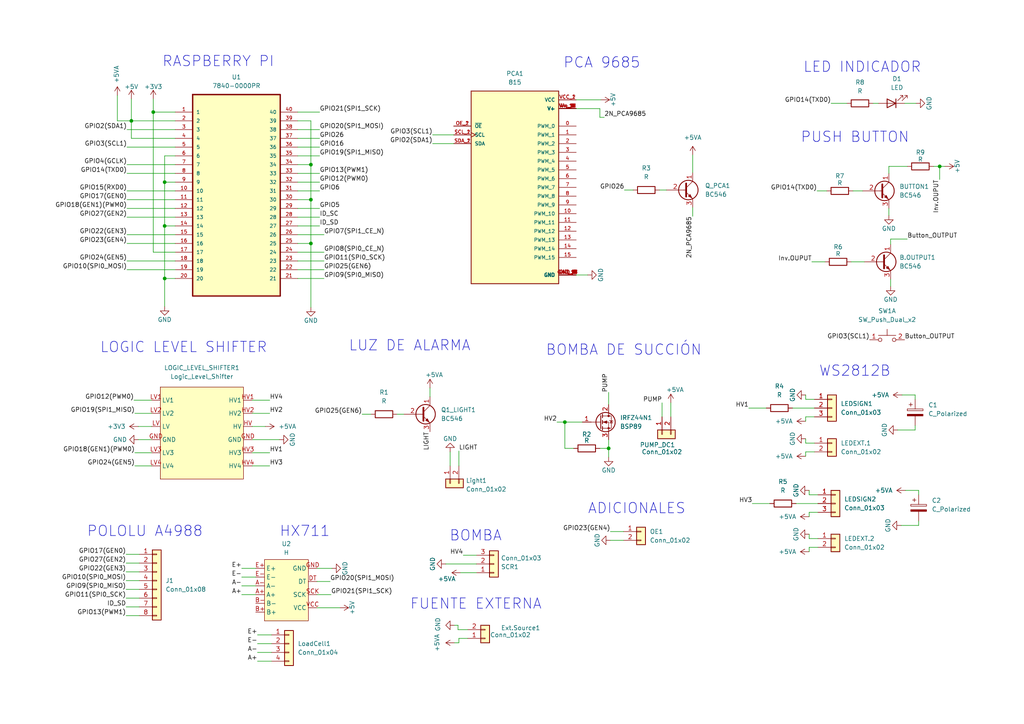
<source format=kicad_sch>
(kicad_sch (version 20211123) (generator eeschema)
  (paper "A4")
  (title_block (date "15 nov 2012"))
  (lib_symbols
    (symbol "7840-0000PR:7840-0000PR" (pin_names (offset 1.016))
      (property "Reference" "U" (at -5.461 26.8732 0))
      (property "Value" "7840-0000PR" (at -3.683 -36.0172 0))
      (symbol "7840-0000PR_0_0"
        (rectangle (start -12.7 -33.02) (end 12.7 25.4) (stroke (width 0.4064)) (fill (type background)))
        (pin passive line (at -17.78 20.32 0) (length 5.08) (name "1") (number "1"))
        (pin passive line (at -17.78 -2.54 0) (length 5.08) (name "10") (number "10"))
        (pin passive line (at -17.78 -5.08 0) (length 5.08) (name "11") (number "11"))
        (pin passive line (at -17.78 -7.62 0) (length 5.08) (name "12") (number "12"))
        (pin passive line (at -17.78 -10.16 0) (length 5.08) (name "13") (number "13"))
        (pin passive line (at -17.78 -12.7 0) (length 5.08) (name "14") (number "14"))
        (pin passive line (at -17.78 -15.24 0) (length 5.08) (name "15") (number "15"))
        (pin passive line (at -17.78 -17.78 0) (length 5.08) (name "16") (number "16"))
        (pin passive line (at -17.78 -20.32 0) (length 5.08) (name "17") (number "17"))
        (pin passive line (at -17.78 -22.86 0) (length 5.08) (name "18") (number "18"))
        (pin passive line (at -17.78 -25.4 0) (length 5.08) (name "19") (number "19"))
        (pin passive line (at -17.78 17.78 0) (length 5.08) (name "2") (number "2"))
        (pin passive line (at -17.78 -27.94 0) (length 5.08) (name "20") (number "20"))
        (pin passive line (at 17.78 -27.94 180) (length 5.08) (name "21") (number "21"))
        (pin passive line (at 17.78 -25.4 180) (length 5.08) (name "22") (number "22"))
        (pin passive line (at 17.78 -22.86 180) (length 5.08) (name "23") (number "23"))
        (pin passive line (at 17.78 -20.32 180) (length 5.08) (name "24") (number "24"))
        (pin passive line (at 17.78 -17.78 180) (length 5.08) (name "25") (number "25"))
        (pin passive line (at 17.78 -15.24 180) (length 5.08) (name "26") (number "26"))
        (pin passive line (at 17.78 -12.7 180) (length 5.08) (name "27") (number "27"))
        (pin passive line (at 17.78 -10.16 180) (length 5.08) (name "28") (number "28"))
        (pin passive line (at 17.78 -7.62 180) (length 5.08) (name "29") (number "29"))
        (pin passive line (at -17.78 15.24 0) (length 5.08) (name "3") (number "3"))
        (pin passive line (at 17.78 -5.08 180) (length 5.08) (name "30") (number "30"))
        (pin passive line (at 17.78 -2.54 180) (length 5.08) (name "31") (number "31"))
        (pin passive line (at 17.78 0 180) (length 5.08) (name "32") (number "32"))
        (pin passive line (at 17.78 2.54 180) (length 5.08) (name "33") (number "33"))
        (pin passive line (at 17.78 5.08 180) (length 5.08) (name "34") (number "34"))
        (pin passive line (at 17.78 7.62 180) (length 5.08) (name "35") (number "35"))
        (pin passive line (at 17.78 10.16 180) (length 5.08) (name "36") (number "36"))
        (pin passive line (at 17.78 12.7 180) (length 5.08) (name "37") (number "37"))
        (pin passive line (at 17.78 15.24 180) (length 5.08) (name "38") (number "38"))
        (pin passive line (at 17.78 17.78 180) (length 5.08) (name "39") (number "39"))
        (pin passive line (at -17.78 12.7 0) (length 5.08) (name "4") (number "4"))
        (pin passive line (at 17.78 20.32 180) (length 5.08) (name "40") (number "40"))
        (pin passive line (at -17.78 10.16 0) (length 5.08) (name "5") (number "5"))
        (pin passive line (at -17.78 7.62 0) (length 5.08) (name "6") (number "6"))
        (pin passive line (at -17.78 5.08 0) (length 5.08) (name "7") (number "7"))
        (pin passive line (at -17.78 2.54 0) (length 5.08) (name "8") (number "8"))
        (pin passive line (at -17.78 0 0) (length 5.08) (name "9") (number "9"))
      )
    )
    (symbol "Connector_Generic:Conn_01x02" (pin_names (offset 1.016) hide)
      (property "Reference" "J" (at 0 2.54 0))
      (property "Value" "Conn_01x02" (at 0 -5.08 0))
      (symbol "Conn_01x02_1_1"
        (rectangle (start -1.27 -2.413) (end 0 -2.667) (stroke (width 0.1524)))
        (rectangle (start -1.27 0.127) (end 0 -0.127) (stroke (width 0.1524)))
        (rectangle (start -1.27 1.27) (end 1.27 -3.81) (stroke (width 0.254)) (fill (type background)))
        (pin passive line (at -5.08 0 0) (length 3.81) (name "Pin_1") (number "1"))
        (pin passive line (at -5.08 -2.54 0) (length 3.81) (name "Pin_2") (number "2"))
      )
    )
    (symbol "Connector_Generic:Conn_01x03" (pin_names (offset 1.016) hide)
      (property "Reference" "J" (at 0 5.08 0))
      (property "Value" "Conn_01x03" (at 0 -5.08 0))
      (symbol "Conn_01x03_1_1"
        (rectangle (start -1.27 -2.413) (end 0 -2.667) (stroke (width 0.1524)))
        (rectangle (start -1.27 0.127) (end 0 -0.127) (stroke (width 0.1524)))
        (rectangle (start -1.27 2.667) (end 0 2.413) (stroke (width 0.1524)))
        (rectangle (start -1.27 3.81) (end 1.27 -3.81) (stroke (width 0.254)) (fill (type background)))
        (pin passive line (at -5.08 2.54 0) (length 3.81) (name "Pin_1") (number "1"))
        (pin passive line (at -5.08 0 0) (length 3.81) (name "Pin_2") (number "2"))
        (pin passive line (at -5.08 -2.54 0) (length 3.81) (name "Pin_3") (number "3"))
      )
    )
    (symbol "Connector_Generic:Conn_01x04" (pin_names (offset 1.016) hide)
      (property "Reference" "J" (at 0 5.08 0))
      (property "Value" "Conn_01x04" (at 0 -7.62 0))
      (symbol "Conn_01x04_1_1"
        (rectangle (start -1.27 -4.953) (end 0 -5.207) (stroke (width 0.1524)))
        (rectangle (start -1.27 -2.413) (end 0 -2.667) (stroke (width 0.1524)))
        (rectangle (start -1.27 0.127) (end 0 -0.127) (stroke (width 0.1524)))
        (rectangle (start -1.27 2.667) (end 0 2.413) (stroke (width 0.1524)))
        (rectangle (start -1.27 3.81) (end 1.27 -6.35) (stroke (width 0.254)) (fill (type background)))
        (pin passive line (at -5.08 2.54 0) (length 3.81) (name "Pin_1") (number "1"))
        (pin passive line (at -5.08 0 0) (length 3.81) (name "Pin_2") (number "2"))
        (pin passive line (at -5.08 -2.54 0) (length 3.81) (name "Pin_3") (number "3"))
        (pin passive line (at -5.08 -5.08 0) (length 3.81) (name "Pin_4") (number "4"))
      )
    )
    (symbol "Connector_Generic:Conn_01x08" (pin_names (offset 1.016) hide)
      (property "Reference" "J" (at 0 10.16 0))
      (property "Value" "Conn_01x08" (at 0 -12.7 0))
      (symbol "Conn_01x08_1_1"
        (rectangle (start -1.27 -10.033) (end 0 -10.287) (stroke (width 0.1524)))
        (rectangle (start -1.27 -7.493) (end 0 -7.747) (stroke (width 0.1524)))
        (rectangle (start -1.27 -4.953) (end 0 -5.207) (stroke (width 0.1524)))
        (rectangle (start -1.27 -2.413) (end 0 -2.667) (stroke (width 0.1524)))
        (rectangle (start -1.27 0.127) (end 0 -0.127) (stroke (width 0.1524)))
        (rectangle (start -1.27 2.667) (end 0 2.413) (stroke (width 0.1524)))
        (rectangle (start -1.27 5.207) (end 0 4.953) (stroke (width 0.1524)))
        (rectangle (start -1.27 7.747) (end 0 7.493) (stroke (width 0.1524)))
        (rectangle (start -1.27 8.89) (end 1.27 -11.43) (stroke (width 0.254)) (fill (type background)))
        (pin passive line (at -5.08 7.62 0) (length 3.81) (name "Pin_1") (number "1"))
        (pin passive line (at -5.08 5.08 0) (length 3.81) (name "Pin_2") (number "2"))
        (pin passive line (at -5.08 2.54 0) (length 3.81) (name "Pin_3") (number "3"))
        (pin passive line (at -5.08 0 0) (length 3.81) (name "Pin_4") (number "4"))
        (pin passive line (at -5.08 -2.54 0) (length 3.81) (name "Pin_5") (number "5"))
        (pin passive line (at -5.08 -5.08 0) (length 3.81) (name "Pin_6") (number "6"))
        (pin passive line (at -5.08 -7.62 0) (length 3.81) (name "Pin_7") (number "7"))
        (pin passive line (at -5.08 -10.16 0) (length 3.81) (name "Pin_8") (number "8"))
      )
    )
    (symbol "Device:C_Polarized" (pin_numbers hide) (pin_names (offset 0.254))
      (property "Reference" "C" (at 0.635 2.54 0))
      (property "Value" "C_Polarized" (at 0.635 -2.54 0))
      (symbol "C_Polarized_0_1"
        (rectangle (start -2.286 0.508) (end 2.286 1.016))
        (polyline (pts (xy -1.778 2.286) (xy -0.762 2.286)))
        (polyline (pts (xy -1.27 2.794) (xy -1.27 1.778)))
        (rectangle (start 2.286 -0.508) (end -2.286 -1.016) (fill (type outline)))
      )
      (symbol "C_Polarized_1_1"
        (pin passive line (at 0 3.81 270) (length 2.794) (name "~") (number "1"))
        (pin passive line (at 0 -3.81 90) (length 2.794) (name "~") (number "2"))
      )
    )
    (symbol "Device:LED" (pin_numbers hide) (pin_names (offset 1.016) hide)
      (property "Reference" "D" (at 0 2.54 0))
      (property "Value" "LED" (at 0 -2.54 0))
      (symbol "LED_0_1"
        (polyline (pts (xy -1.27 -1.27) (xy -1.27 1.27)) (stroke (width 0.254)))
        (polyline (pts (xy -1.27 0) (xy 1.27 0)))
        (polyline (pts (xy 1.27 -1.27) (xy 1.27 1.27) (xy -1.27 0) (xy 1.27 -1.27)) (stroke (width 0.254)))
        (polyline (pts (xy -3.048 -0.762) (xy -4.572 -2.286) (xy -3.81 -2.286) (xy -4.572 -2.286) (xy -4.572 -1.524)))
        (polyline (pts (xy -1.778 -0.762) (xy -3.302 -2.286) (xy -2.54 -2.286) (xy -3.302 -2.286) (xy -3.302 -1.524)))
      )
      (symbol "LED_1_1"
        (pin passive line (at -3.81 0 0) (length 2.54) (name "K") (number "1"))
        (pin passive line (at 3.81 0 180) (length 2.54) (name "A") (number "2"))
      )
    )
    (symbol "Device:R" (pin_numbers hide) (pin_names (offset 0))
      (property "Reference" "R" (at 2.032 0 90))
      (property "Value" "R" (at 0 0 90))
      (symbol "R_0_1"
        (rectangle (start -1.016 -2.54) (end 1.016 2.54) (stroke (width 0.254)))
      )
      (symbol "R_1_1"
        (pin passive line (at 0 3.81 270) (length 1.27) (name "~") (number "1"))
        (pin passive line (at 0 -3.81 90) (length 1.27) (name "~") (number "2"))
      )
    )
    (symbol "DualChannel_HX711:H"
      (property "Reference" "U" (at 0 0 0))
      (property "Value" "H" (at -1.27 0 0))
      (symbol "H_0_1"
        (rectangle (start -6.35 -1.27) (end 6.35 -19.05) (fill (type background)))
      )
      (symbol "H_1_1"
        (pin output line (at -8.89 -11.43 0) (length 2.54) (name "A+") (number "A+"))
        (pin output line (at -8.89 -8.89 0) (length 2.54) (name "A-") (number "A-"))
        (pin output line (at -8.89 -16.51 0) (length 2.54) (name "B+") (number "B+"))
        (pin output line (at -8.89 -13.97 0) (length 2.54) (name "B-") (number "B-"))
        (pin output line (at 8.89 -7.62 180) (length 2.54) (name "DT") (number "DT"))
        (pin output line (at -8.89 -3.81 0) (length 2.54) (name "E+") (number "E+"))
        (pin output line (at -8.89 -6.35 0) (length 2.54) (name "E-") (number "E-"))
        (pin output line (at 8.89 -3.81 180) (length 2.54) (name "GND") (number "GND"))
        (pin output line (at 8.89 -11.43 180) (length 2.54) (name "SCK") (number "SCK"))
        (pin output line (at 8.89 -15.24 180) (length 2.54) (name "VCC") (number "VCC"))
      )
    )
    (symbol "Logic_level:Logic_Level_Shifter"
      (property "Reference" "U" (at 0 1.27 0))
      (property "Value" "Logic_Level_Shifter" (at 0 0 0))
      (symbol "Logic_Level_Shifter_0_1"
        (rectangle (start -12.7 -3.81) (end 11.43 -30.48) (fill (type background)))
      )
      (symbol "Logic_Level_Shifter_1_1"
        (pin input line (at -15.24 -19.05 0) (length 2.54) (name "GND") (number "GND"))
        (pin input line (at 13.97 -19.05 180) (length 2.54) (name "GND") (number "GND"))
        (pin input line (at 13.97 -15.24 180) (length 2.54) (name "HV") (number "HV"))
        (pin input line (at 13.97 -7.62 180) (length 2.54) (name "HV1") (number "HV1"))
        (pin input line (at 13.97 -11.43 180) (length 2.54) (name "HV2") (number "HV2"))
        (pin input line (at 13.97 -22.86 180) (length 2.54) (name "HV3") (number "HV3"))
        (pin input line (at 13.97 -26.67 180) (length 2.54) (name "HV4") (number "HV4"))
        (pin input line (at -15.24 -15.24 0) (length 2.54) (name "LV") (number "LV"))
        (pin input line (at -15.24 -7.62 0) (length 2.54) (name "LV1") (number "LV1"))
        (pin input line (at -15.24 -11.43 0) (length 2.54) (name "LV2") (number "LV2"))
        (pin input line (at -15.24 -22.86 0) (length 2.54) (name "LV3") (number "LV3"))
        (pin input line (at -15.24 -26.67 0) (length 2.54) (name "LV4") (number "LV4"))
      )
    )
    (symbol "PCA9685:815" (pin_names (offset 1.016))
      (property "Reference" "U" (at -12.7 28.702 0))
      (property "Value" "815" (at -12.7 -30.48 0))
      (symbol "815_0_0"
        (rectangle (start -12.7 -27.94) (end 12.7 27.94) (stroke (width 0.254)) (fill (type background)))
        (pin output line (at 17.78 17.78 180) (length 5.08) (name "PWM_0") (number "0"))
        (pin output line (at 17.78 15.24 180) (length 5.08) (name "PWM_1") (number "1"))
        (pin output line (at 17.78 -7.62 180) (length 5.08) (name "PWM_10") (number "10"))
        (pin output line (at 17.78 -10.16 180) (length 5.08) (name "PWM_11") (number "11"))
        (pin output line (at 17.78 -12.7 180) (length 5.08) (name "PWM_12") (number "12"))
        (pin output line (at 17.78 -15.24 180) (length 5.08) (name "PWM_13") (number "13"))
        (pin output line (at 17.78 -17.78 180) (length 5.08) (name "PWM_14") (number "14"))
        (pin output line (at 17.78 -20.32 180) (length 5.08) (name "PWM_15") (number "15"))
        (pin output line (at 17.78 12.7 180) (length 5.08) (name "PWM_2") (number "2"))
        (pin output line (at 17.78 10.16 180) (length 5.08) (name "PWM_3") (number "3"))
        (pin output line (at 17.78 7.62 180) (length 5.08) (name "PWM_4") (number "4"))
        (pin output line (at 17.78 5.08 180) (length 5.08) (name "PWM_5") (number "5"))
        (pin output line (at 17.78 2.54 180) (length 5.08) (name "PWM_6") (number "6"))
        (pin output line (at 17.78 0 180) (length 5.08) (name "PWM_7") (number "7"))
        (pin output line (at 17.78 -2.54 180) (length 5.08) (name "PWM_8") (number "8"))
        (pin output line (at 17.78 -5.08 180) (length 5.08) (name "PWM_9") (number "9"))
        (pin power_in line (at 17.78 -25.4 180) (length 5.08) (name "GND") (number "GND_1"))
        (pin power_in line (at 17.78 -25.4 180) (length 5.08) (name "GND") (number "GND_10"))
        (pin power_in line (at 17.78 -25.4 180) (length 5.08) (name "GND") (number "GND_11"))
        (pin power_in line (at 17.78 -25.4 180) (length 5.08) (name "GND") (number "GND_12"))
        (pin power_in line (at 17.78 -25.4 180) (length 5.08) (name "GND") (number "GND_13"))
        (pin power_in line (at 17.78 -25.4 180) (length 5.08) (name "GND") (number "GND_14"))
        (pin power_in line (at 17.78 -25.4 180) (length 5.08) (name "GND") (number "GND_15"))
        (pin power_in line (at 17.78 -25.4 180) (length 5.08) (name "GND") (number "GND_16"))
        (pin power_in line (at 17.78 -25.4 180) (length 5.08) (name "GND") (number "GND_17"))
        (pin power_in line (at 17.78 -25.4 180) (length 5.08) (name "GND") (number "GND_18"))
        (pin power_in line (at 17.78 -25.4 180) (length 5.08) (name "GND") (number "GND_2"))
        (pin power_in line (at 17.78 -25.4 180) (length 5.08) (name "GND") (number "GND_3"))
        (pin power_in line (at 17.78 -25.4 180) (length 5.08) (name "GND") (number "GND_4"))
        (pin power_in line (at 17.78 -25.4 180) (length 5.08) (name "GND") (number "GND_5"))
        (pin power_in line (at 17.78 -25.4 180) (length 5.08) (name "GND") (number "GND_6"))
        (pin power_in line (at 17.78 -25.4 180) (length 5.08) (name "GND") (number "GND_7"))
        (pin power_in line (at 17.78 -25.4 180) (length 5.08) (name "GND") (number "GND_8"))
        (pin power_in line (at 17.78 -25.4 180) (length 5.08) (name "GND") (number "GND_9"))
        (pin input line (at -17.78 17.78 0) (length 5.08) (name "~{OE}") (number "OE_1"))
        (pin input line (at -17.78 17.78 0) (length 5.08) (name "~{OE}") (number "OE_2"))
        (pin input clock (at -17.78 15.24 0) (length 5.08) (name "SCL") (number "SCL_1"))
        (pin input clock (at -17.78 15.24 0) (length 5.08) (name "SCL") (number "SCL_2"))
        (pin bidirectional line (at -17.78 12.7 0) (length 5.08) (name "SDA") (number "SDA_1"))
        (pin bidirectional line (at -17.78 12.7 0) (length 5.08) (name "SDA") (number "SDA_2"))
        (pin power_in line (at 17.78 22.86 180) (length 5.08) (name "V+") (number "V+_1"))
        (pin power_in line (at 17.78 22.86 180) (length 5.08) (name "V+") (number "V+_10"))
        (pin power_in line (at 17.78 22.86 180) (length 5.08) (name "V+") (number "V+_11"))
        (pin power_in line (at 17.78 22.86 180) (length 5.08) (name "V+") (number "V+_12"))
        (pin power_in line (at 17.78 22.86 180) (length 5.08) (name "V+") (number "V+_13"))
        (pin power_in line (at 17.78 22.86 180) (length 5.08) (name "V+") (number "V+_14"))
        (pin power_in line (at 17.78 22.86 180) (length 5.08) (name "V+") (number "V+_15"))
        (pin power_in line (at 17.78 22.86 180) (length 5.08) (name "V+") (number "V+_16"))
        (pin power_in line (at 17.78 22.86 180) (length 5.08) (name "V+") (number "V+_17"))
        (pin power_in line (at 17.78 22.86 180) (length 5.08) (name "V+") (number "V+_18"))
        (pin power_in line (at 17.78 22.86 180) (length 5.08) (name "V+") (number "V+_2"))
        (pin power_in line (at 17.78 22.86 180) (length 5.08) (name "V+") (number "V+_3"))
        (pin power_in line (at 17.78 22.86 180) (length 5.08) (name "V+") (number "V+_4"))
        (pin power_in line (at 17.78 22.86 180) (length 5.08) (name "V+") (number "V+_5"))
        (pin power_in line (at 17.78 22.86 180) (length 5.08) (name "V+") (number "V+_6"))
        (pin power_in line (at 17.78 22.86 180) (length 5.08) (name "V+") (number "V+_7"))
        (pin power_in line (at 17.78 22.86 180) (length 5.08) (name "V+") (number "V+_8"))
        (pin power_in line (at 17.78 22.86 180) (length 5.08) (name "V+") (number "V+_9"))
        (pin power_in line (at 17.78 25.4 180) (length 5.08) (name "VCC") (number "VCC_1"))
        (pin power_in line (at 17.78 25.4 180) (length 5.08) (name "VCC") (number "VCC_2"))
      )
    )
    (symbol "Switch:SW_Push_Dual_x2" (pin_names (offset 1.016) hide)
      (property "Reference" "SW" (at 1.27 2.54 0))
      (property "Value" "SW_Push_Dual_x2" (at 0 -1.524 0))
      (symbol "SW_Push_Dual_x2_0_1"
        (circle (center -2.032 0) (radius 0.508))
        (polyline (pts (xy 0 1.27) (xy 0 3.048)))
        (polyline (pts (xy 2.54 1.27) (xy -2.54 1.27)))
        (circle (center 2.032 0) (radius 0.508))
      )
      (symbol "SW_Push_Dual_x2_1_1"
        (pin passive line (at -5.08 0 0) (length 2.54) (name "C") (number "1"))
        (pin passive line (at 5.08 0 180) (length 2.54) (name "D") (number "2"))
      )
      (symbol "SW_Push_Dual_x2_2_1"
        (pin passive line (at -5.08 0 0) (length 2.54) (name "C") (number "3"))
        (pin passive line (at 5.08 0 180) (length 2.54) (name "D") (number "4"))
      )
    )
    (symbol "Transistor_BJT:BC546" (pin_names (offset 0) hide)
      (property "Reference" "Q" (at 5.08 1.905 0))
      (property "Value" "BC546" (at 5.08 0 0))
      (symbol "BC546_0_1"
        (polyline (pts (xy 0 0) (xy 0.635 0)))
        (polyline (pts (xy 0.635 0.635) (xy 2.54 2.54)))
        (polyline (pts (xy 0.635 -0.635) (xy 2.54 -2.54) (xy 2.54 -2.54)))
        (polyline (pts (xy 0.635 1.905) (xy 0.635 -1.905) (xy 0.635 -1.905)) (stroke (width 0.508)))
        (polyline (pts (xy 1.27 -1.778) (xy 1.778 -1.27) (xy 2.286 -2.286) (xy 1.27 -1.778) (xy 1.27 -1.778)) (fill (type outline)))
        (circle (center 1.27 0) (radius 2.8194) (stroke (width 0.254)))
      )
      (symbol "BC546_1_1"
        (pin passive line (at 2.54 5.08 270) (length 2.54) (name "C") (number "1"))
        (pin input line (at -5.08 0 0) (length 5.08) (name "B") (number "2"))
        (pin passive line (at 2.54 -5.08 90) (length 2.54) (name "E") (number "3"))
      )
    )
    (symbol "Transistor_FET:BSP89" (pin_names hide)
      (property "Reference" "Q" (at 5.08 1.905 0))
      (property "Value" "BSP89" (at 5.08 0 0))
      (symbol "BSP89_0_1"
        (polyline (pts (xy 0.254 0) (xy -2.54 0)))
        (polyline (pts (xy 0.254 1.905) (xy 0.254 -1.905)) (stroke (width 0.254)))
        (polyline (pts (xy 0.762 -1.27) (xy 0.762 -2.286)) (stroke (width 0.254)))
        (polyline (pts (xy 0.762 0.508) (xy 0.762 -0.508)) (stroke (width 0.254)))
        (polyline (pts (xy 0.762 2.286) (xy 0.762 1.27)) (stroke (width 0.254)))
        (polyline (pts (xy 2.54 2.54) (xy 2.54 1.778)))
        (polyline (pts (xy 2.54 -2.54) (xy 2.54 0) (xy 0.762 0)))
        (polyline (pts (xy 0.762 -1.778) (xy 3.302 -1.778) (xy 3.302 1.778) (xy 0.762 1.778)))
        (polyline (pts (xy 1.016 0) (xy 2.032 0.381) (xy 2.032 -0.381) (xy 1.016 0)) (fill (type outline)))
        (polyline (pts (xy 2.794 0.508) (xy 2.921 0.381) (xy 3.683 0.381) (xy 3.81 0.254)))
        (polyline (pts (xy 3.302 0.381) (xy 2.921 -0.254) (xy 3.683 -0.254) (xy 3.302 0.381)))
        (circle (center 1.651 0) (radius 2.794) (stroke (width 0.254)))
        (circle (center 2.54 -1.778) (radius 0.254) (fill (type outline)))
        (circle (center 2.54 1.778) (radius 0.254) (fill (type outline)))
      )
      (symbol "BSP89_1_1"
        (pin input line (at -5.08 0 0) (length 2.54) (name "G") (number "1"))
        (pin passive line (at 2.54 5.08 270) (length 2.54) (name "D") (number "2"))
        (pin passive line (at 2.54 -5.08 90) (length 2.54) (name "S") (number "3"))
      )
    )
    (symbol "power:+3.3V" (power) (pin_names (offset 0))
      (property "Value" "+3.3V" (at 0 3.556 0))
      (symbol "+3.3V_0_1"
        (polyline (pts (xy -0.762 1.27) (xy 0 2.54)))
        (polyline (pts (xy 0 0) (xy 0 2.54)))
        (polyline (pts (xy 0 2.54) (xy 0.762 1.27)))
      )
      (symbol "+3.3V_1_1"
        (pin power_in line (at 0 0 90) (length 0) hide (name "+3V3") (number "1"))
      )
    )
    (symbol "power:+5V" (power) (pin_names (offset 0))
      (property "Value" "+5V" (at 0 3.556 0))
      (symbol "+5V_0_1"
        (polyline (pts (xy -0.762 1.27) (xy 0 2.54)))
        (polyline (pts (xy 0 0) (xy 0 2.54)))
        (polyline (pts (xy 0 2.54) (xy 0.762 1.27)))
      )
      (symbol "+5V_1_1"
        (pin power_in line (at 0 0 90) (length 0) hide (name "+5V") (number "1"))
      )
    )
    (symbol "power:+5VA" (power) (pin_names (offset 0))
      (property "Value" "+5VA" (at 0 3.556 0))
      (symbol "+5VA_0_1"
        (polyline (pts (xy -0.762 1.27) (xy 0 2.54)))
        (polyline (pts (xy 0 0) (xy 0 2.54)))
        (polyline (pts (xy 0 2.54) (xy 0.762 1.27)))
      )
      (symbol "+5VA_1_1"
        (pin power_in line (at 0 0 90) (length 0) hide (name "+5VA") (number "1"))
      )
    )
    (symbol "power:GND" (power) (pin_names (offset 0))
      (property "Value" "GND" (at 0 -3.81 0))
      (symbol "GND_0_1"
        (polyline (pts (xy 0 0) (xy 0 -1.27) (xy 1.27 -1.27) (xy 0 -2.54) (xy -1.27 -1.27) (xy 0 -1.27)))
      )
      (symbol "GND_1_1"
        (pin power_in line (at 0 0 270) (length 0) hide (name "GND") (number "1"))
      )
    )
  )
  (junction (at 44.45 32.512))
  (junction (at 90.17 57.912))
  (junction (at 90.17 47.752))
  (junction (at 163.83 122.428))
  (junction (at 176.53 130.048))
  (junction (at 47.752 65.532))
  (junction (at 47.752 52.832))
  (junction (at 47.752 80.772))
  (junction (at 90.17 70.612))
  (junction (at 272.542 48.26))
  (junction (at 38.1 35.052))
  (wire (pts (xy 50.8 73.152) (xy 44.45 73.152)))
  (wire (pts (xy 36.83 70.612) (xy 50.8 70.612)))
  (wire (pts (xy 38.862 116.078) (xy 43.942 116.078)))
  (wire (pts (xy 233.68 122.174) (xy 233.68 120.904)))
  (wire (pts (xy 44.45 28.702) (xy 44.45 32.512)))
  (wire (pts (xy 86.36 73.152) (xy 93.98 73.152)))
  (wire (pts (xy 86.36 78.232) (xy 93.98 78.232)))
  (wire (pts (xy 132.842 182.626) (xy 132.842 181.356)))
  (wire (pts (xy 40.386 170.942) (xy 36.576 170.942)))
  (wire (pts (xy 263.144 48.26) (xy 257.81 48.26)))
  (wire (pts (xy 173.99 130.048) (xy 176.53 130.048)))
  (wire (pts (xy 86.36 32.512) (xy 92.71 32.512)))
  (wire (pts (xy 91.948 168.656) (xy 95.758 168.656)))
  (wire (pts (xy 38.1 40.132) (xy 50.8 40.132)))
  (wire (pts (xy 86.36 47.752) (xy 90.17 47.752)))
  (wire (pts (xy 236.22 131.064) (xy 233.68 131.064)))
  (wire (pts (xy 73.152 119.888) (xy 78.232 119.888)))
  (wire (pts (xy 258.318 81.026) (xy 258.318 83.058)))
  (wire (pts (xy 73.152 135.128) (xy 78.232 135.128)))
  (wire (pts (xy 234.696 149.86) (xy 234.696 148.59)))
  (wire (pts (xy 36.83 78.232) (xy 50.8 78.232)))
  (wire (pts (xy 40.386 176.022) (xy 36.576 176.022)))
  (wire (pts (xy 36.83 62.992) (xy 50.8 62.992)))
  (wire (pts (xy 262.382 29.972) (xy 265.684 29.972)))
  (wire (pts (xy 272.542 48.26) (xy 274.066 48.26)))
  (wire (pts (xy 36.83 37.592) (xy 50.8 37.592)))
  (wire (pts (xy 36.83 50.292) (xy 50.8 50.292)))
  (wire (pts (xy 47.752 52.832) (xy 50.8 52.832)))
  (wire (pts (xy 218.186 146.05) (xy 223.266 146.05)))
  (wire (pts (xy 133.096 186.436) (xy 131.826 186.436)))
  (wire (pts (xy 44.45 32.512) (xy 50.8 32.512)))
  (wire (pts (xy 90.17 57.912) (xy 90.17 47.752)))
  (wire (pts (xy 36.83 75.692) (xy 50.8 75.692)))
  (wire (pts (xy 86.36 60.452) (xy 92.71 60.452)))
  (wire (pts (xy 39.116 131.318) (xy 43.942 131.318)))
  (wire (pts (xy 233.68 128.524) (xy 236.22 128.524)))
  (wire (pts (xy 130.556 131.064) (xy 130.556 135.128)))
  (wire (pts (xy 135.636 185.166) (xy 133.096 185.166)))
  (wire (pts (xy 36.576 168.402) (xy 40.386 168.402)))
  (wire (pts (xy 86.36 62.992) (xy 92.71 62.992)))
  (wire (pts (xy 86.36 55.372) (xy 92.71 55.372)))
  (wire (pts (xy 191.262 55.118) (xy 193.294 55.118)))
  (wire (pts (xy 36.83 68.072) (xy 50.8 68.072)))
  (wire (pts (xy 86.36 52.832) (xy 92.71 52.832)))
  (wire (pts (xy 229.87 118.364) (xy 236.22 118.364)))
  (wire (pts (xy 230.886 146.05) (xy 237.236 146.05)))
  (wire (pts (xy 36.576 160.782) (xy 40.386 160.782)))
  (wire (pts (xy 70.104 167.386) (xy 74.168 167.386)))
  (wire (pts (xy 257.81 48.26) (xy 257.81 50.292)))
  (wire (pts (xy 86.36 45.212) (xy 92.71 45.212)))
  (wire (pts (xy 73.152 123.698) (xy 76.962 123.698)))
  (wire (pts (xy 125.476 41.656) (xy 131.572 41.656)))
  (wire (pts (xy 167.132 31.496) (xy 173.99 31.496)))
  (wire (pts (xy 161.544 122.428) (xy 163.83 122.428)))
  (wire (pts (xy 177.038 156.718) (xy 180.848 156.718)))
  (wire (pts (xy 90.17 47.752) (xy 90.17 35.052)))
  (wire (pts (xy 90.17 89.154) (xy 90.17 70.612)))
  (wire (pts (xy 192.024 116.84) (xy 192.024 120.904)))
  (wire (pts (xy 247.396 55.372) (xy 250.19 55.372)))
  (wire (pts (xy 70.104 169.926) (xy 74.168 169.926)))
  (wire (pts (xy 265.43 115.824) (xy 265.43 114.554)))
  (wire (pts (xy 266.446 142.24) (xy 262.636 142.24)))
  (wire (pts (xy 74.676 186.69) (xy 78.74 186.69)))
  (wire (pts (xy 70.104 172.466) (xy 74.168 172.466)))
  (wire (pts (xy 133.096 185.166) (xy 133.096 186.436)))
  (wire (pts (xy 44.45 32.512) (xy 44.45 73.152)))
  (wire (pts (xy 40.386 178.562) (xy 36.576 178.562)))
  (wire (pts (xy 166.37 130.048) (xy 163.83 130.048)))
  (wire (pts (xy 200.914 60.198) (xy 200.914 62.738)))
  (wire (pts (xy 163.83 122.428) (xy 168.91 122.428)))
  (wire (pts (xy 50.8 35.052) (xy 38.1 35.052)))
  (wire (pts (xy 234.696 143.51) (xy 234.696 142.24)))
  (wire (pts (xy 91.948 176.276) (xy 98.552 176.276)))
  (wire (pts (xy 91.948 172.466) (xy 96.012 172.466)))
  (wire (pts (xy 36.83 47.752) (xy 50.8 47.752)))
  (wire (pts (xy 74.676 191.77) (xy 78.74 191.77)))
  (wire (pts (xy 36.576 165.862) (xy 40.386 165.862)))
  (wire (pts (xy 266.446 151.13) (xy 266.446 152.4)))
  (wire (pts (xy 236.982 55.372) (xy 239.776 55.372)))
  (wire (pts (xy 233.68 127.254) (xy 233.68 128.524)))
  (wire (pts (xy 47.752 80.772) (xy 47.752 88.9)))
  (wire (pts (xy 47.752 52.832) (xy 47.752 65.532)))
  (wire (pts (xy 36.83 42.672) (xy 50.8 42.672)))
  (wire (pts (xy 217.17 118.364) (xy 222.25 118.364)))
  (wire (pts (xy 47.752 80.772) (xy 50.8 80.772)))
  (wire (pts (xy 70.104 164.846) (xy 74.168 164.846)))
  (wire (pts (xy 129.286 163.576) (xy 138.176 163.576)))
  (wire (pts (xy 50.8 45.212) (xy 47.752 45.212)))
  (wire (pts (xy 40.132 127.508) (xy 43.942 127.508)))
  (wire (pts (xy 133.096 130.81) (xy 133.096 135.128)))
  (wire (pts (xy 258.318 69.342) (xy 258.318 70.866)))
  (wire (pts (xy 86.36 42.672) (xy 92.71 42.672)))
  (wire (pts (xy 34.036 35.052) (xy 38.1 35.052)))
  (wire (pts (xy 73.152 131.318) (xy 78.232 131.318)))
  (wire (pts (xy 233.68 115.824) (xy 233.68 114.554)))
  (wire (pts (xy 200.914 44.958) (xy 200.914 50.038)))
  (wire (pts (xy 86.36 37.592) (xy 92.71 37.592)))
  (wire (pts (xy 86.36 57.912) (xy 90.17 57.912)))
  (wire (pts (xy 167.132 28.956) (xy 174.244 28.956)))
  (wire (pts (xy 73.152 127.508) (xy 81.026 127.508)))
  (wire (pts (xy 86.36 68.072) (xy 93.98 68.072)))
  (wire (pts (xy 173.99 34.036) (xy 175.26 34.036)))
  (wire (pts (xy 38.1 35.052) (xy 38.1 40.132)))
  (wire (pts (xy 34.036 27.686) (xy 34.036 35.052)))
  (wire (pts (xy 40.386 173.482) (xy 36.576 173.482)))
  (wire (pts (xy 47.752 65.532) (xy 47.752 80.772)))
  (wire (pts (xy 134.366 161.036) (xy 138.176 161.036)))
  (wire (pts (xy 233.68 120.904) (xy 236.22 120.904)))
  (wire (pts (xy 36.83 60.452) (xy 50.8 60.452)))
  (wire (pts (xy 73.152 116.078) (xy 78.232 116.078)))
  (wire (pts (xy 124.714 112.522) (xy 124.714 115.062)))
  (wire (pts (xy 47.752 45.212) (xy 47.752 52.832)))
  (wire (pts (xy 36.83 55.372) (xy 50.8 55.372)))
  (wire (pts (xy 86.36 50.292) (xy 92.71 50.292)))
  (wire (pts (xy 237.236 143.51) (xy 234.696 143.51)))
  (wire (pts (xy 74.676 184.15) (xy 78.74 184.15)))
  (wire (pts (xy 177.038 154.178) (xy 180.848 154.178)))
  (wire (pts (xy 163.83 130.048) (xy 163.83 122.428)))
  (wire (pts (xy 86.36 40.132) (xy 92.71 40.132)))
  (wire (pts (xy 133.604 166.116) (xy 138.176 166.116)))
  (wire (pts (xy 246.888 75.946) (xy 250.698 75.946)))
  (wire (pts (xy 235.458 75.946) (xy 239.268 75.946)))
  (wire (pts (xy 236.22 115.824) (xy 233.68 115.824)))
  (wire (pts (xy 176.53 113.792) (xy 176.53 117.348)))
  (wire (pts (xy 265.43 123.444) (xy 265.43 124.714)))
  (wire (pts (xy 194.564 120.904) (xy 194.564 116.84)))
  (wire (pts (xy 173.99 31.496) (xy 173.99 34.036)))
  (wire (pts (xy 253.238 29.972) (xy 254.762 29.972)))
  (wire (pts (xy 86.36 65.532) (xy 92.71 65.532)))
  (wire (pts (xy 265.43 114.554) (xy 261.62 114.554)))
  (wire (pts (xy 105.029 120.142) (xy 107.569 120.142)))
  (wire (pts (xy 43.942 123.698) (xy 40.132 123.698)))
  (wire (pts (xy 90.17 70.612) (xy 90.17 57.912)))
  (wire (pts (xy 135.636 182.626) (xy 132.842 182.626)))
  (wire (pts (xy 115.189 120.142) (xy 117.094 120.142)))
  (wire (pts (xy 176.53 127.508) (xy 176.53 130.048)))
  (wire (pts (xy 86.36 70.612) (xy 90.17 70.612)))
  (wire (pts (xy 237.236 158.75) (xy 234.696 158.75)))
  (wire (pts (xy 234.696 156.21) (xy 237.236 156.21)))
  (wire (pts (xy 91.948 164.846) (xy 96.266 164.846)))
  (wire (pts (xy 241.046 29.972) (xy 245.618 29.972)))
  (wire (pts (xy 234.696 158.75) (xy 234.696 160.02)))
  (wire (pts (xy 38.1 35.052) (xy 38.1 28.702)))
  (wire (pts (xy 86.36 35.052) (xy 90.17 35.052)))
  (wire (pts (xy 272.542 48.26) (xy 272.542 52.07)))
  (wire (pts (xy 36.83 57.912) (xy 50.8 57.912)))
  (wire (pts (xy 132.842 181.356) (xy 131.826 181.356)))
  (wire (pts (xy 74.676 189.23) (xy 78.74 189.23)))
  (wire (pts (xy 39.116 135.128) (xy 43.942 135.128)))
  (wire (pts (xy 39.116 119.888) (xy 43.942 119.888)))
  (wire (pts (xy 86.36 75.692) (xy 93.98 75.692)))
  (wire (pts (xy 258.318 69.342) (xy 263.144 69.342)))
  (wire (pts (xy 257.81 60.452) (xy 257.81 62.484)))
  (wire (pts (xy 270.764 48.26) (xy 272.542 48.26)))
  (wire (pts (xy 181.102 55.118) (xy 183.642 55.118)))
  (wire (pts (xy 234.696 148.59) (xy 237.236 148.59)))
  (wire (pts (xy 233.68 131.064) (xy 233.68 132.334)))
  (wire (pts (xy 234.696 154.94) (xy 234.696 156.21)))
  (wire (pts (xy 167.132 79.756) (xy 170.434 79.756)))
  (wire (pts (xy 125.476 39.116) (xy 131.572 39.116)))
  (wire (pts (xy 266.446 143.51) (xy 266.446 142.24)))
  (wire (pts (xy 47.752 65.532) (xy 50.8 65.532)))
  (wire (pts (xy 266.446 152.4) (xy 261.366 152.4)))
  (wire (pts (xy 86.36 80.772) (xy 93.98 80.772)))
  (wire (pts (xy 176.53 130.048) (xy 176.53 132.588)))
  (wire (pts (xy 36.576 163.322) (xy 40.386 163.322)))
  (wire (pts (xy 265.43 124.714) (xy 260.35 124.714)))
  (text "ADICIONALES\n" (at 170.434 149.352 0) (effects (font (size 3 3)) (justify left bottom)))
  (text "PUSH BUTTON\n" (at 232.156 41.656 0) (effects (font (size 3 3)) (justify left bottom)))
  (text "PCA 9685" (at 163.322 20.066 0) (effects (font (size 3 3)) (justify left bottom)))
  (text "FUENTE EXTERNA" (at 118.872 177.038 0) (effects (font (size 3 3)) (justify left bottom)))
  (text "LED INDICADOR\n" (at 232.918 21.336 0) (effects (font (size 3 3)) (justify left bottom)))
  (text "LUZ DE ALARMA\n" (at 101.092 102.108 0) (effects (font (size 3 3)) (justify left bottom)))
  (text "WS2812B" (at 237.49 109.474 0) (effects (font (size 3 3)) (justify left bottom)))
  (text "RASPBERRY PI" (at 46.99 19.685 0) (effects (font (size 3 3)) (justify left bottom)))
  (text "LOGIC LEVEL SHIFTER\n" (at 28.956 102.616 0) (effects (font (size 3 3)) (justify left bottom)))
  (text "HX711\n" (at 81.026 155.956 0) (effects (font (size 3 3)) (justify left bottom)))
  (text "BOMBA DE SUCCIÓN\n" (at 158.242 103.378 0) (effects (font (size 3 3)) (justify left bottom)))
  (text "POLOLU A4988" (at 25.146 155.956 0) (effects (font (size 3 3)) (justify left bottom)))
  (text "BOMBA" (at 130.302 157.226 0) (effects (font (size 3 3)) (justify left bottom)))
  (label "GPIO14(TXD0)" (at 241.046 29.972 180))
  (label "GPIO11(SPI0_SCK)" (at 93.98 75.692 0))
  (label "GPIO27(GEN2)" (at 36.83 62.992 180))
  (label "GPIO5" (at 92.71 60.452 0))
  (label "GPIO20(SPI1_MOSI)" (at 95.758 168.656 0))
  (label "GPIO9(SPI0_MISO)" (at 36.576 170.942 180))
  (label "GPIO14(TXD0)" (at 36.83 50.292 180))
  (label "ID_SD" (at 92.71 65.532 0))
  (label "A+" (at 70.104 172.466 180))
  (label "GPIO14(TXD0)" (at 236.982 55.372 180))
  (label "HV3" (at 218.186 146.05 180))
  (label "LIGHT" (at 124.714 125.222 270))
  (label "PUMP" (at 192.024 116.84 180))
  (label "GPIO20(SPI1_MOSI)" (at 92.71 37.592 0))
  (label "GPIO7(SPI1_CE_N)" (at 93.98 68.072 0))
  (label "GPIO26" (at 92.71 40.132 0))
  (label "GPIO19(SPI1_MISO)" (at 92.71 45.212 0))
  (label "GPIO24(GEN5)" (at 36.83 75.692 180))
  (label "GPIO21(SPI1_SCK)" (at 96.012 172.466 0))
  (label "Button_OUTPUT" (at 262.382 98.552 0))
  (label "HV2" (at 161.544 122.428 180))
  (label "Button_OUTPUT" (at 263.144 69.342 0))
  (label "E-" (at 74.676 186.69 180))
  (label "GPIO6" (at 92.71 55.372 0))
  (label "GPIO3(SCL1)" (at 125.476 39.116 180))
  (label "A+" (at 74.676 191.77 180))
  (label "GPIO22(GEN3)" (at 36.83 68.072 180))
  (label "GPIO3(SCL1)" (at 252.222 98.552 180))
  (label "GPIO27(GEN2)" (at 36.576 163.322 180))
  (label "GPIO10(SPI0_MOSI)" (at 36.576 168.402 180))
  (label "Inv.OUPUT" (at 235.458 75.946 180))
  (label "A-" (at 70.104 169.926 180))
  (label "GPIO23(GEN4)" (at 177.038 154.178 180))
  (label "GPIO2(SDA1)" (at 36.83 37.592 180))
  (label "A-" (at 74.676 189.23 180))
  (label "GPIO15(RXD0)" (at 36.83 55.372 180))
  (label "GPIO26" (at 181.102 55.118 180))
  (label "HV4" (at 78.232 116.078 0))
  (label "HV4" (at 134.366 161.036 180))
  (label "2N_PCA9685" (at 175.26 34.036 0))
  (label "GPIO8(SPI0_CE_N)" (at 93.98 73.152 0))
  (label "PUMP" (at 176.53 113.792 90))
  (label "HV1" (at 78.232 131.318 0))
  (label "GPIO10(SPI0_MOSI)" (at 36.83 78.232 180))
  (label "GPIO19(SPI1_MISO)" (at 39.116 119.888 180))
  (label "2N_PCA9685" (at 200.914 62.738 270))
  (label "GPIO13(PWM1)" (at 92.71 50.292 0))
  (label "GPIO25(GEN6)" (at 105.029 120.142 180))
  (label "GPIO17(GEN0)" (at 36.83 57.912 180))
  (label "GPIO18(GEN1)(PWM0)" (at 36.83 60.452 180))
  (label "HV2" (at 78.232 119.888 0))
  (label "E+" (at 74.676 184.15 180))
  (label "GPIO12(PWM0)" (at 38.862 116.078 180))
  (label "GPIO25(GEN6)" (at 93.98 78.232 0))
  (label "E+" (at 70.104 164.846 180))
  (label "GPIO17(GEN0)" (at 36.576 160.782 180))
  (label "ID_SD" (at 36.576 176.022 180))
  (label "GPIO18(GEN1)(PWM0)" (at 39.116 131.318 180))
  (label "GPIO3(SCL1)" (at 36.83 42.672 180))
  (label "GPIO4(GCLK)" (at 36.83 47.752 180))
  (label "GPIO23(GEN4)" (at 36.83 70.612 180))
  (label "GPIO16" (at 92.71 42.672 0))
  (label "Inv.OUPUT" (at 272.542 52.07 270))
  (label "GPIO11(SPI0_SCK)" (at 36.576 173.482 180))
  (label "GPIO22(GEN3)" (at 36.576 165.862 180))
  (label "GPIO12(PWM0)" (at 92.71 52.832 0))
  (label "GPIO24(GEN5)" (at 39.116 135.128 180))
  (label "GPIO2(SDA1)" (at 125.476 41.656 180))
  (label "GPIO21(SPI1_SCK)" (at 92.71 32.512 0))
  (label "HV1" (at 217.17 118.364 180))
  (label "LIGHT" (at 133.096 130.81 0))
  (label "E-" (at 70.104 167.386 180))
  (label "GPIO9(SPI0_MISO)" (at 93.98 80.772 0))
  (label "ID_SC" (at 92.71 62.992 0))
  (label "GPIO13(PWM1)" (at 36.576 178.562 180))
  (label "HV3" (at 78.232 135.128 0))
  (symbol (lib_id "Device:C_Polarized") (at 266.446 147.32 0) (unit 1)
    (property "Reference" "C2" (at 270.256 145.1609 0) (effects (justify left)))
    (property "Value" "C_Polarized" (at 270.256 147.7009 0) (effects (justify left)))
    (property "Footprint" "Capacitor_THT:CP_Radial_D8.0mm_P5.00mm" (effects hide))
  )
  (symbol (lib_id "power:+5V") (at 98.552 176.276 270) (unit 1)
    (property "Reference" "#PWR011" (effects hide))
    (property "Value" "+5V" (at 102.108 176.276 0))
  )
  (symbol (lib_id "power:+5VA") (at 234.696 160.02 90) (unit 1)
    (property "Reference" "#PWR031" (effects hide))
    (property "Value" "+5VA" (at 225.806 160.02 90) (effects (justify right)))
  )
  (symbol (lib_id "power:+5VA") (at 124.714 112.522 0) (unit 1)
    (property "Reference" "#PWR012" (effects hide))
    (property "Value" "+5VA" (at 128.524 108.712 0) (effects (justify right)))
  )
  (symbol (lib_id "power:+5VA") (at 261.62 114.554 90) (unit 1)
    (property "Reference" "#PWR036" (effects hide))
    (property "Value" "+5VA" (at 252.73 114.554 90) (effects (justify right)))
  )
  (symbol (lib_id "power:+5VA") (at 262.636 142.24 90) (unit 1)
    (property "Reference" "#PWR037" (effects hide))
    (property "Value" "+5VA" (at 253.746 142.24 90) (effects (justify right)))
  )
  (symbol (lib_id "Transistor_FET:BSP89") (at 173.99 122.428 0) (unit 1)
    (property "Reference" "IRFZ44N1" (at 179.832 121.1579 0) (effects (justify left)))
    (property "Value" "BSP89" (at 179.832 123.6979 0) (effects (justify left)))
    (property "Footprint" "Package_TO_SOT_THT:TO-220F-3_Horizontal_TabDown" (effects hide))
    (property "Datasheet" "https://www.infineon.com/dgdl/Infineon-BSP89-DS-v02_02-en.pdf?fileId=db3a30433b47825b013b4b8a07f90d55" (effects hide))
  )
  (symbol (lib_id "Device:R") (at 111.379 120.142 90) (unit 1)
    (property "Reference" "R1" (at 111.379 113.792 90))
    (property "Value" "R" (at 111.379 116.332 90))
    (property "Footprint" "Resistor_SMD:R_0805_2012Metric" (effects hide))
  )
  (symbol (lib_id "power:+5VA") (at 233.68 132.334 90) (unit 1)
    (property "Reference" "#PWR027" (effects hide))
    (property "Value" "+5VA" (at 224.79 132.334 90) (effects (justify right)))
  )
  (symbol (lib_id "power:GND") (at 257.81 62.484 0) (unit 1)
    (property "Reference" "#PWR032" (effects hide))
    (property "Value" "GND" (at 257.81 66.294 0))
  )
  (symbol (lib_id "power:GND") (at 131.826 181.356 270) (unit 1)
    (property "Reference" "#PWR016" (effects hide))
    (property "Value" "GND" (at 127 181.102 0))
  )
  (symbol (lib_id "Logic_level:Logic_Level_Shifter") (at 59.182 108.458 0) (unit 1)
    (property "Reference" "LOGIC_LEVEL_SHIFTER1" (at 58.547 106.68 0))
    (property "Value" "Logic_Level_Shifter" (at 58.547 109.22 0))
    (property "Footprint" "Elevador:Elevador_voltaje" (effects hide))
  )
  (symbol (lib_id "Device:R") (at 243.586 55.372 90) (unit 1)
    (property "Reference" "R7" (at 243.586 51.054 90))
    (property "Value" "R" (at 243.586 53.086 90))
    (property "Footprint" "Resistor_SMD:R_0805_2012Metric" (effects hide))
  )
  (symbol (lib_id "7840-0000PR:7840-0000PR") (at 68.58 52.832 0) (unit 1)
    (property "Reference" "U1" (at 68.58 22.352 0))
    (property "Value" "7840-0000PR" (at 68.58 24.892 0))
    (property "Footprint" "Connector_IDC:IDC-Header_2x20_P2.54mm_Vertical" (effects hide))
    (property "PACKAGE" "40/PCB/2ROW/2.8MM" (effects hide))
    (property "OC_NEWARK" "18M8278" (effects hide))
    (property "OC_FARNELL" "9138773" (effects hide))
    (property "MPN" "7840-0000PR" (effects hide))
    (property "SUPPLIER" "3M" (effects hide))
  )
  (symbol (lib_id "power:GND") (at 258.318 83.058 0) (unit 1)
    (property "Reference" "#PWR033" (effects hide))
    (property "Value" "GND" (at 258.318 86.868 0))
  )
  (symbol (lib_id "Connector_Generic:Conn_01x02") (at 241.3 128.524 0) (unit 1)
    (property "Reference" "LEDEXT.1" (at 243.84 128.5239 0) (effects (justify left)))
    (property "Value" "Conn_01x02" (at 243.84 131.0639 0) (effects (justify left)))
    (property "Footprint" "TerminalBlock:TerminalBlock_bornier-2_P5.08mm" (effects hide))
  )
  (symbol (lib_id "Device:R") (at 226.06 118.364 90) (unit 1)
    (property "Reference" "R4" (at 226.06 112.014 90))
    (property "Value" "R" (at 226.06 114.554 90))
    (property "Footprint" "Resistor_SMD:R_0805_2012Metric" (effects hide))
  )
  (symbol (lib_id "power:+5VA") (at 131.826 186.436 90) (unit 1)
    (property "Reference" "#PWR017" (effects hide))
    (property "Value" "+5VA" (at 126.746 186.436 0))
  )
  (symbol (lib_id "Connector_Generic:Conn_01x04") (at 83.82 186.69 0) (unit 1)
    (property "Reference" "LoadCell1" (at 86.36 186.6899 0) (effects (justify left)))
    (property "Value" "Conn_01x04" (at 86.36 189.2299 0) (effects (justify left)))
    (property "Footprint" "Connector_PinHeader_2.54mm:PinHeader_1x04_P2.54mm_Vertical" (effects hide))
  )
  (symbol (lib_id "power:GND") (at 265.684 29.972 90) (unit 1)
    (property "Reference" "#PWR038" (effects hide))
    (property "Value" "GND" (at 269.494 29.972 0))
  )
  (symbol (lib_id "power:+5V") (at 274.066 48.26 270) (unit 1)
    (property "Reference" "#PWR039" (effects hide))
    (property "Value" "+5V" (at 277.622 48.26 0))
  )
  (symbol (lib_id "Transistor_BJT:BC546") (at 122.174 120.142 0) (unit 1)
    (property "Reference" "Q1_LIGHT1" (at 127.889 118.8719 0) (effects (justify left)))
    (property "Value" "BC546" (at 127.889 121.4119 0) (effects (justify left)))
    (property "Footprint" "Package_TO_SOT_THT:TO-92_Inline" (effects hide))
    (property "Datasheet" "https://www.onsemi.com/pub/Collateral/BC550-D.pdf" (effects hide))
  )
  (symbol (lib_id "power:GND") (at 81.026 127.508 90) (unit 1)
    (property "Reference" "#PWR08" (effects hide))
    (property "Value" "GND" (at 84.836 127.508 0))
  )
  (symbol (lib_id "Switch:SW_Push_Dual_x2") (at 257.302 98.552 0) (unit 1)
    (property "Reference" "SW1" (at 257.302 90.17 0))
    (property "Value" "SW_Push_Dual_x2" (at 257.302 92.71 0))
    (property "Footprint" "Connector_PinHeader_2.54mm:PinHeader_1x02_P2.54mm_Vertical" (effects hide))
  )
  (symbol (lib_id "power:+5VA") (at 34.036 27.686 0) (mirror y) (unit 1)
    (property "Reference" "#PWR01" (effects hide))
    (property "Value" "+5VA" (at 33.782 24.13 90) (effects (justify left)))
  )
  (symbol (lib_id "Device:C_Polarized") (at 265.43 119.634 0) (unit 1)
    (property "Reference" "C1" (at 269.24 117.4749 0) (effects (justify left)))
    (property "Value" "C_Polarized" (at 269.24 120.0149 0) (effects (justify left)))
    (property "Footprint" "Capacitor_THT:CP_Radial_D8.0mm_P5.00mm" (effects hide))
  )
  (symbol (lib_id "power:GND") (at 234.696 142.24 270) (unit 1)
    (property "Reference" "#PWR028" (effects hide))
    (property "Value" "GND" (at 230.886 142.24 0))
  )
  (symbol (lib_id "DualChannel_HX711:H") (at 83.058 161.036 0) (unit 1)
    (property "Reference" "U2" (at 83.058 157.734 0))
    (property "Value" "H" (at 83.058 160.274 0))
    (property "Footprint" "DualChannel_HX711:Dual Channel" (effects hide))
  )
  (symbol (lib_id "Connector_Generic:Conn_01x02") (at 130.556 140.208 90) (mirror x) (unit 1)
    (property "Reference" "Light1" (at 135.128 139.3733 90) (effects (justify right)))
    (property "Value" "Conn_01x02" (at 135.128 141.9102 90) (effects (justify right)))
    (property "Footprint" "TerminalBlock:TerminalBlock_bornier-2_P5.08mm" (effects hide))
  )
  (symbol (lib_id "PCA9685:815") (at 149.352 54.356 0) (unit 1)
    (property "Reference" "PCA1" (at 149.352 21.336 0))
    (property "Value" "815" (at 149.352 23.876 0))
    (property "Footprint" "PCA9685:PCA9685" (effects hide))
    (property "STANDARD" "Manufacturer Recommendations" (effects hide))
    (property "PARTREV" "2021-11-15" (effects hide))
    (property "MANUFACTURER" "Adafruit" (effects hide))
  )
  (symbol (lib_id "power:GND") (at 261.366 152.4 270) (unit 1)
    (property "Reference" "#PWR035" (effects hide))
    (property "Value" "GND" (at 257.556 152.4 0))
  )
  (symbol (lib_id "power:GND") (at 260.35 124.714 270) (unit 1)
    (property "Reference" "#PWR034" (effects hide))
    (property "Value" "GND" (at 256.54 124.714 0))
  )
  (symbol (lib_id "power:+5VA") (at 233.68 122.174 90) (unit 1)
    (property "Reference" "#PWR025" (effects hide))
    (property "Value" "+5VA" (at 224.79 122.174 90) (effects (justify right)))
  )
  (symbol (lib_id "power:GND") (at 40.132 127.508 270) (unit 1)
    (property "Reference" "#PWR04" (effects hide))
    (property "Value" "GND" (at 34.798 127.508 90))
  )
  (symbol (lib_id "Connector_Generic:Conn_01x03") (at 143.256 163.576 0) (mirror x) (unit 1)
    (property "Reference" "SCR1" (at 145.288 164.4107 0) (effects (justify left)))
    (property "Value" "Conn_01x03" (at 145.288 161.8738 0) (effects (justify left)))
    (property "Footprint" "TerminalBlock:TerminalBlock_Altech_AK300-3_P5.00mm" (effects hide))
  )
  (symbol (lib_id "Connector_Generic:Conn_01x02") (at 192.024 125.984 90) (mirror x) (unit 1)
    (property "Reference" "PUMP_DC1" (at 195.834 129.032 90) (effects (justify left)))
    (property "Value" "Conn_01x02" (at 197.866 131.064 90) (effects (justify left)))
    (property "Footprint" "TerminalBlock:TerminalBlock_bornier-2_P5.08mm" (effects hide))
  )
  (symbol (lib_id "power:GND") (at 90.17 89.154 0) (unit 1)
    (property "Reference" "#PWR09" (effects hide))
    (property "Value" "GND" (at 90.17 92.964 0))
  )
  (symbol (lib_id "Connector_Generic:Conn_01x02") (at 185.928 154.178 0) (unit 1)
    (property "Reference" "OE1" (at 188.468 154.1779 0) (effects (justify left)))
    (property "Value" "Conn_01x02" (at 188.468 156.7179 0) (effects (justify left)))
    (property "Footprint" "Connector_PinHeader_2.54mm:PinHeader_1x02_P2.54mm_Vertical" (effects hide))
  )
  (symbol (lib_id "power:+5VA") (at 200.914 44.958 0) (unit 1)
    (property "Reference" "#PWR023" (effects hide))
    (property "Value" "+5VA" (at 200.914 39.878 0))
  )
  (symbol (lib_id "power:GND") (at 233.68 114.554 270) (unit 1)
    (property "Reference" "#PWR024" (effects hide))
    (property "Value" "GND" (at 229.87 114.554 0))
  )
  (symbol (lib_id "Connector_Generic:Conn_01x08") (at 45.466 168.402 0) (unit 1)
    (property "Reference" "J1" (at 48.006 168.4019 0) (effects (justify left)))
    (property "Value" "Conn_01x08" (at 48.006 170.9419 0) (effects (justify left)))
    (property "Footprint" "Connector_PinHeader_2.54mm:PinHeader_1x08_P2.54mm_Vertical" (effects hide))
  )
  (symbol (lib_id "Device:R") (at 266.954 48.26 90) (unit 1)
    (property "Reference" "R9" (at 266.954 44.196 90))
    (property "Value" "R" (at 266.954 46.228 90))
    (property "Footprint" "Resistor_SMD:R_0805_2012Metric" (effects hide))
  )
  (symbol (lib_id "Device:R") (at 243.078 75.946 90) (unit 1)
    (property "Reference" "R6" (at 243.078 71.628 90))
    (property "Value" "R" (at 243.078 73.66 90))
    (property "Footprint" "Resistor_SMD:R_0805_2012Metric" (effects hide))
  )
  (symbol (lib_id "power:+5VA") (at 194.564 116.84 0) (unit 1)
    (property "Reference" "#PWR022" (effects hide))
    (property "Value" "+5VA" (at 198.374 113.03 0) (effects (justify right)))
  )
  (symbol (lib_id "power:+3.3V") (at 40.132 123.698 90) (unit 1)
    (property "Reference" "#PWR03" (effects hide))
    (property "Value" "+3.3V" (at 33.782 123.698 90))
  )
  (symbol (lib_id "power:+5VA") (at 133.604 166.116 90) (unit 1)
    (property "Reference" "#PWR014" (effects hide))
    (property "Value" "+5VA" (at 127 167.894 90) (effects (justify right)))
  )
  (symbol (lib_id "power:+5V") (at 174.244 28.956 270) (unit 1)
    (property "Reference" "#PWR019" (effects hide))
    (property "Value" "+5V" (at 177.8 28.956 0))
  )
  (symbol (lib_id "power:+5V") (at 38.1 28.702 0) (unit 1)
    (property "Reference" "#PWR02" (effects hide))
    (property "Value" "+5V" (at 38.1 25.146 0))
  )
  (symbol (lib_id "power:GND") (at 96.266 164.846 90) (unit 1)
    (property "Reference" "#PWR010" (effects hide))
    (property "Value" "GND" (at 100.076 164.846 0))
  )
  (symbol (lib_id "power:GND") (at 233.68 127.254 270) (unit 1)
    (property "Reference" "#PWR026" (effects hide))
    (property "Value" "GND" (at 229.87 127.254 0))
  )
  (symbol (lib_id "power:GND") (at 130.556 131.064 180) (unit 1)
    (property "Reference" "#PWR015" (effects hide))
    (property "Value" "GND" (at 130.556 127.254 0))
  )
  (symbol (lib_id "power:GND") (at 129.286 163.576 270) (mirror x) (unit 1)
    (property "Reference" "#PWR013" (effects hide))
    (property "Value" "GND" (at 125.476 163.576 0))
  )
  (symbol (lib_id "power:+3.3V") (at 44.45 28.702 0) (unit 1)
    (property "Reference" "#PWR05" (effects hide))
    (property "Value" "+3.3V" (at 44.45 25.146 0))
  )
  (symbol (lib_id "Transistor_BJT:BC546") (at 198.374 55.118 0) (unit 1)
    (property "Reference" "Q_PCA1" (at 204.47 53.8479 0) (effects (justify left)))
    (property "Value" "BC546" (at 204.47 56.3879 0) (effects (justify left)))
    (property "Footprint" "Package_TO_SOT_THT:TO-92_Inline" (effects hide))
    (property "Datasheet" "https://www.onsemi.com/pub/Collateral/BC550-D.pdf" (effects hide))
  )
  (symbol (lib_id "power:GND") (at 176.53 132.588 0) (unit 1)
    (property "Reference" "#PWR020" (effects hide))
    (property "Value" "GND" (at 176.53 136.398 0))
  )
  (symbol (lib_id "Device:R") (at 249.428 29.972 90) (unit 1)
    (property "Reference" "R8" (at 249.428 23.876 90))
    (property "Value" "R" (at 249.428 26.416 90))
    (property "Footprint" "Resistor_SMD:R_0805_2012Metric" (effects hide))
  )
  (symbol (lib_id "Connector_Generic:Conn_01x02") (at 140.716 185.166 0) (mirror x) (unit 1)
    (property "Reference" "Ext.Source1" (at 156.718 182.118 0) (effects (justify right)))
    (property "Value" "Conn_01x02" (at 153.924 184.15 0) (effects (justify right)))
    (property "Footprint" "Connector_BarrelJack:BarrelJack_Horizontal" (effects hide))
  )
  (symbol (lib_id "Device:R") (at 227.076 146.05 90) (unit 1)
    (property "Reference" "R5" (at 227.076 139.7 90))
    (property "Value" "R" (at 227.076 142.24 90))
    (property "Footprint" "Resistor_SMD:R_0805_2012Metric" (effects hide))
  )
  (symbol (lib_id "Transistor_BJT:BC546") (at 255.27 55.372 0) (unit 1)
    (property "Reference" "BUTTON1" (at 260.858 54.1019 0) (effects (justify left)))
    (property "Value" "BC546" (at 260.858 56.6419 0) (effects (justify left)))
    (property "Footprint" "Package_TO_SOT_THT:TO-92_Inline" (effects hide))
    (property "Datasheet" "https://www.onsemi.com/pub/Collateral/BC550-D.pdf" (effects hide))
  )
  (symbol (lib_id "Connector_Generic:Conn_01x02") (at 242.316 156.21 0) (unit 1)
    (property "Reference" "LEDEXT.2" (at 244.856 156.2099 0) (effects (justify left)))
    (property "Value" "Conn_01x02" (at 244.856 158.7499 0) (effects (justify left)))
    (property "Footprint" "TerminalBlock:TerminalBlock_bornier-2_P5.08mm" (effects hide))
  )
  (symbol (lib_id "Connector_Generic:Conn_01x03") (at 242.316 146.05 0) (unit 1)
    (property "Reference" "LEDSIGN2" (at 244.856 144.7799 0) (effects (justify left)))
    (property "Value" "Conn_01x03" (at 244.856 147.3199 0) (effects (justify left)))
    (property "Footprint" "Connector_JST:JST_EH_B3B-EH-A_1x03_P2.50mm_Vertical" (effects hide))
  )
  (symbol (lib_id "power:GND") (at 234.696 154.94 270) (unit 1)
    (property "Reference" "#PWR030" (effects hide))
    (property "Value" "GND" (at 230.886 154.94 0))
  )
  (symbol (lib_id "Transistor_BJT:BC546") (at 255.778 75.946 0) (unit 1)
    (property "Reference" "B.OUTPUT1" (at 260.858 74.6759 0) (effects (justify left)))
    (property "Value" "BC546" (at 260.858 77.2159 0) (effects (justify left)))
    (property "Footprint" "Package_TO_SOT_THT:TO-92_Inline" (effects hide))
    (property "Datasheet" "https://www.onsemi.com/pub/Collateral/BC550-D.pdf" (effects hide))
  )
  (symbol (lib_id "Device:LED") (at 258.572 29.972 180) (unit 1)
    (property "Reference" "D1" (at 260.1595 22.86 0))
    (property "Value" "LED" (at 260.1595 25.4 0))
    (property "Footprint" "LED_THT:LED_D3.0mm" (effects hide))
  )
  (symbol (lib_id "power:+5VA") (at 76.962 123.698 270) (unit 1)
    (property "Reference" "#PWR07" (effects hide))
    (property "Value" "+5VA" (at 80.772 123.6979 90) (effects (justify left)))
  )
  (symbol (lib_id "power:GND") (at 47.752 88.9 0) (unit 1)
    (property "Reference" "#PWR06" (effects hide))
    (property "Value" "GND" (at 47.752 92.71 0))
  )
  (symbol (lib_id "Device:R") (at 170.18 130.048 90) (unit 1)
    (property "Reference" "R2" (at 170.18 125.984 90))
    (property "Value" "R" (at 170.18 127.762 90))
    (property "Footprint" "Resistor_SMD:R_0805_2012Metric" (effects hide))
  )
  (symbol (lib_id "Device:R") (at 187.452 55.118 90) (unit 1)
    (property "Reference" "R3" (at 187.452 48.768 90))
    (property "Value" "R" (at 187.452 51.308 90))
    (property "Footprint" "Resistor_SMD:R_0805_2012Metric" (effects hide))
  )
  (symbol (lib_id "Connector_Generic:Conn_01x03") (at 241.3 118.364 0) (unit 1)
    (property "Reference" "LEDSIGN1" (at 243.84 117.0939 0) (effects (justify left)))
    (property "Value" "Conn_01x03" (at 243.84 119.6339 0) (effects (justify left)))
    (property "Footprint" "Connector_JST:JST_EH_B3B-EH-A_1x03_P2.50mm_Vertical" (effects hide))
  )
  (symbol (lib_id "power:GND") (at 177.038 156.718 270) (unit 1)
    (property "Reference" "#PWR021" (effects hide))
    (property "Value" "GND" (at 173.228 156.718 0))
  )
  (symbol (lib_id "power:+5VA") (at 234.696 149.86 90) (unit 1)
    (property "Reference" "#PWR029" (effects hide))
    (property "Value" "+5VA" (at 225.806 149.86 90) (effects (justify right)))
  )
  (symbol (lib_id "power:GND") (at 170.434 79.756 90) (unit 1)
    (property "Reference" "#PWR018" (effects hide))
    (property "Value" "GND" (at 174.244 79.756 0))
  )
)
</source>
